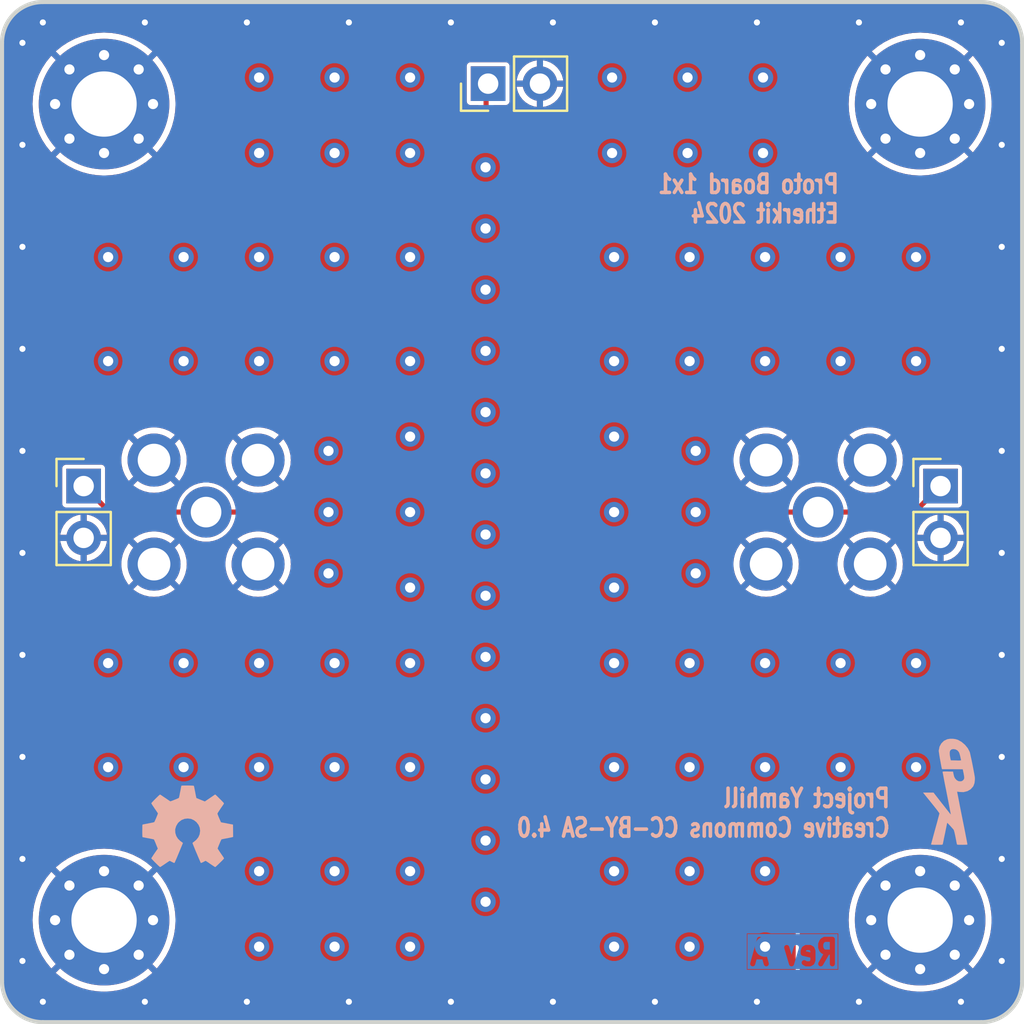
<source format=kicad_pcb>
(kicad_pcb (version 20221018) (generator pcbnew)
  (title_block (title "Project Yamhill") (rev "A") (company "Etherkit"))
  (layers (0 "F.Cu" signal) (31 "B.Cu" signal) (34 "B.Paste" user) (35 "F.Paste" user) (36 "B.SilkS" user "B.Silkscreen") (37 "F.SilkS" user "F.Silkscreen") (38 "B.Mask" user) (39 "F.Mask" user) (44 "Edge.Cuts" user))
  (net 0 "")
  (net 1 "GND")
  (net 2 "Net-(J1-In)")
  (net 3 "Net-(J4-In)")
  (net 4 "Net-(J10-Pin_1)")
  (footprint "EtherkitKicadLibrary:ManhattanPad_1x1" (layer "F.Cu") (at 105.2 62.5)
    (fp_text reference "REF**" hide)
    (fp_text value "ManhattanPad_1x1" hide)
    (pad "1" thru_hole circle (at 0 0) (size 1 1) (drill 0.5) (layers "*.Cu" "*.Mask"))
    (pad "1" smd roundrect (at 0 0) (size 3 3) (layers "F.Cu" "F.Paste" "F.Mask") (roundrect_rratio 0.1))
  )
  (footprint "EtherkitKicadLibrary:ManhattanPad_1x1" (layer "F.Cu") (at 105.2 82.4)
    (fp_text reference "REF**" hide)
    (fp_text value "ManhattanPad_1x1" hide)
    (pad "1" thru_hole circle (at 0 0) (size 1 1) (drill 0.5) (layers "*.Cu" "*.Mask"))
    (pad "1" smd roundrect (at 0 0) (size 3 3) (layers "F.Cu" "F.Paste" "F.Mask") (roundrect_rratio 0.1))
  )
  (footprint "EtherkitKicadLibrary:ManhattanPad_1x1" (layer "F.Cu") (at 144.8 82.4)
    (fp_text reference "REF**" hide)
    (fp_text value "ManhattanPad_1x1" hide)
    (pad "1" thru_hole circle (at 0 0) (size 1 1) (drill 0.5) (layers "*.Cu" "*.Mask"))
    (pad "1" smd roundrect (at 0 0) (size 3 3) (layers "F.Cu" "F.Paste" "F.Mask") (roundrect_rratio 0.1))
  )
  (footprint "EtherkitKicadLibrary:ManhattanPad_1x1" (layer "F.Cu") (at 116.3 57.4)
    (fp_text reference "REF**" hide)
    (fp_text value "ManhattanPad_1x1" hide)
    (pad "1" thru_hole circle (at 0 0) (size 1 1) (drill 0.5) (layers "*.Cu" "*.Mask"))
    (pad "1" smd roundrect (at 0 0) (size 3 3) (layers "F.Cu" "F.Paste" "F.Mask") (roundrect_rratio 0.1))
  )
  (footprint "EtherkitKicadLibrary:ManhattanPad_1x1" (layer "F.Cu") (at 120 92.6)
    (fp_text reference "REF**" hide)
    (fp_text value "ManhattanPad_1x1" hide)
    (pad "1" thru_hole circle (at 0 0) (size 1 1) (drill 0.5) (layers "*.Cu" "*.Mask"))
    (pad "1" smd roundrect (at 0 0) (size 3 3) (layers "F.Cu" "F.Paste" "F.Mask") (roundrect_rratio 0.1))
  )
  (footprint "EtherkitKicadLibrary:ManhattanPad_1x1" (layer "F.Cu") (at 112.6 92.6)
    (fp_text reference "REF**" hide)
    (fp_text value "ManhattanPad_1x1" hide)
    (pad "1" thru_hole circle (at 0 0) (size 1 1) (drill 0.5) (layers "*.Cu" "*.Mask"))
    (pad "1" smd roundrect (at 0 0) (size 3 3) (layers "F.Cu" "F.Paste" "F.Mask") (roundrect_rratio 0.1))
  )
  (footprint "EtherkitKicadLibrary:ManhattanPad_1x1" (layer "F.Cu") (at 112.6 96.3)
    (fp_text reference "REF**" hide)
    (fp_text value "ManhattanPad_1x1" hide)
    (pad "1" thru_hole circle (at 0 0) (size 1 1) (drill 0.5) (layers "*.Cu" "*.Mask"))
    (pad "1" smd roundrect (at 0 0) (size 3 3) (layers "F.Cu" "F.Paste" "F.Mask") (roundrect_rratio 0.1))
  )
  (footprint "EtherkitKicadLibrary:ManhattanPad_1x1" (layer "F.Cu") (at 120 67.6)
    (fp_text reference "REF**" hide)
    (fp_text value "ManhattanPad_1x1" hide)
    (pad "1" thru_hole circle (at 0 0) (size 1 1) (drill 0.5) (layers "*.Cu" "*.Mask"))
    (pad "1" smd roundrect (at 0 0) (size 3 3) (layers "F.Cu" "F.Paste" "F.Mask") (roundrect_rratio 0.1))
  )
  (footprint "EtherkitKicadLibrary:ManhattanPad_1x1" (layer "F.Cu") (at 130 87.5)
    (fp_text reference "REF**" hide)
    (fp_text value "ManhattanPad_1x1" hide)
    (pad "1" thru_hole circle (at 0 0) (size 1 1) (drill 0.5) (layers "*.Cu" "*.Mask"))
    (pad "1" smd roundrect (at 0 0) (size 3 3) (layers "F.Cu" "F.Paste" "F.Mask") (roundrect_rratio 0.1))
  )
  (footprint "EtherkitKicadLibrary:ManhattanPad_1x1" (layer "F.Cu") (at 130 96.3)
    (fp_text reference "REF**" hide)
    (fp_text value "ManhattanPad_1x1" hide)
    (pad "1" thru_hole circle (at 0 0) (size 1 1) (drill 0.5) (layers "*.Cu" "*.Mask"))
    (pad "1" smd roundrect (at 0 0) (size 3 3) (layers "F.Cu" "F.Paste" "F.Mask") (roundrect_rratio 0.1))
  )
  (footprint "EtherkitKicadLibrary:ManhattanPad_1x1" (layer "F.Cu") (at 129.9 57.4)
    (fp_text reference "REF**" hide)
    (fp_text value "ManhattanPad_1x1" hide)
    (pad "1" thru_hole circle (at 0 0) (size 1 1) (drill 0.5) (layers "*.Cu" "*.Mask"))
    (pad "1" smd roundrect (at 0 0) (size 3 3) (layers "F.Cu" "F.Paste" "F.Mask") (roundrect_rratio 0.1))
  )
  (footprint "EtherkitKicadLibrary:ManhattanPad_1x1" (layer "F.Cu") (at 129.9 53.7)
    (fp_text reference "REF**" hide)
    (fp_text value "ManhattanPad_1x1" hide)
    (pad "1" thru_hole circle (at 0 0) (size 1 1) (drill 0.5) (layers "*.Cu" "*.Mask"))
    (pad "1" smd roundrect (at 0 0) (size 3 3) (layers "F.Cu" "F.Paste" "F.Mask") (roundrect_rratio 0.1))
  )
  (footprint "EtherkitKicadLibrary:ManhattanPad_1x1" (layer "F.Cu") (at 116.3 62.5)
    (fp_text reference "REF**" hide)
    (fp_text value "ManhattanPad_1x1" hide)
    (pad "1" thru_hole circle (at 0 0) (size 1 1) (drill 0.5) (layers "*.Cu" "*.Mask"))
    (pad "1" smd roundrect (at 0 0) (size 3 3) (layers "F.Cu" "F.Paste" "F.Mask") (roundrect_rratio 0.1))
  )
  (footprint "EtherkitKicadLibrary:ManhattanPad_1x1" (layer "F.Cu") (at 130 67.6)
    (fp_text reference "REF**" hide)
    (fp_text value "ManhattanPad_1x1" hide)
    (pad "1" thru_hole circle (at 0 0) (size 1 1) (drill 0.5) (layers "*.Cu" "*.Mask"))
    (pad "1" smd roundrect (at 0 0) (size 3 3) (layers "F.Cu" "F.Paste" "F.Mask") (roundrect_rratio 0.1))
  )
  (footprint "EtherkitKicadLibrary:ManhattanPad_1x1" (layer "F.Cu") (at 120 96.3)
    (fp_text reference "REF**" hide)
    (fp_text value "ManhattanPad_1x1" hide)
    (pad "1" thru_hole circle (at 0 0) (size 1 1) (drill 0.5) (layers "*.Cu" "*.Mask"))
    (pad "1" smd roundrect (at 0 0) (size 3 3) (layers "F.Cu" "F.Paste" "F.Mask") (roundrect_rratio 0.1))
  )
  (footprint "EtherkitKicadLibrary:ManhattanPad_1x1" (layer "F.Cu") (at 144.8 62.5)
    (fp_text reference "REF**" hide)
    (fp_text value "ManhattanPad_1x1" hide)
    (pad "1" thru_hole circle (at 0 0) (size 1 1) (drill 0.5) (layers "*.Cu" "*.Mask"))
    (pad "1" smd roundrect (at 0 0) (size 3 3) (layers "F.Cu" "F.Paste" "F.Mask") (roundrect_rratio 0.1))
  )
  (footprint "EtherkitKicadLibrary:ManhattanPad_1x1" (layer "F.Cu") (at 137.4 62.5)
    (fp_text reference "REF**" hide)
    (fp_text value "ManhattanPad_1x1" hide)
    (pad "1" thru_hole circle (at 0 0) (size 1 1) (drill 0.5) (layers "*.Cu" "*.Mask"))
    (pad "1" smd roundrect (at 0 0) (size 3 3) (layers "F.Cu" "F.Paste" "F.Mask") (roundrect_rratio 0.1))
  )
  (footprint "EtherkitKicadLibrary:ManhattanPad_1x1" (layer "F.Cu") (at 133.7 67.6)
    (fp_text reference "REF**" hide)
    (fp_text value "ManhattanPad_1x1" hide)
    (pad "1" thru_hole circle (at 0 0) (size 1 1) (drill 0.5) (layers "*.Cu" "*.Mask"))
    (pad "1" smd roundrect (at 0 0) (size 3 3) (layers "F.Cu" "F.Paste" "F.Mask") (roundrect_rratio 0.1))
  )
  (footprint "EtherkitKicadLibrary:ManhattanPad_1x1" (layer "F.Cu") (at 120 82.4)
    (fp_text reference "REF**" hide)
    (fp_text value "ManhattanPad_1x1" hide)
    (pad "1" thru_hole circle (at 0 0) (size 1 1) (drill 0.5) (layers "*.Cu" "*.Mask"))
    (pad "1" smd roundrect (at 0 0) (size 3 3) (layers "F.Cu" "F.Paste" "F.Mask") (roundrect_rratio 0.1))
  )
  (footprint "EtherkitKicadLibrary:ManhattanPad_1x1" (layer "F.Cu") (at 141.1 62.5)
    (fp_text reference "REF**" hide)
    (fp_text value "ManhattanPad_1x1" hide)
    (pad "1" thru_hole circle (at 0 0) (size 1 1) (drill 0.5) (layers "*.Cu" "*.Mask"))
    (pad "1" smd roundrect (at 0 0) (size 3 3) (layers "F.Cu" "F.Paste" "F.Mask") (roundrect_rratio 0.1))
  )
  (footprint "EtherkitKicadLibrary:ManhattanPad_1x1" (layer "F.Cu") (at 120 78.7)
    (fp_text reference "REF**" hide)
    (fp_text value "ManhattanPad_1x1" hide)
    (pad "1" thru_hole circle (at 0 0) (size 1 1) (drill 0.5) (layers "*.Cu" "*.Mask"))
    (pad "1" smd roundrect (at 0 0) (size 3 3) (layers "F.Cu" "F.Paste" "F.Mask") (roundrect_rratio 0.1))
  )
  (footprint "EtherkitKicadLibrary:ManhattanPad_1x1" (layer "F.Cu") (at 120 75)
    (fp_text reference "REF**" hide)
    (fp_text value "ManhattanPad_1x1" hide)
    (pad "1" thru_hole circle (at 0 0) (size 1 1) (drill 0.5) (layers "*.Cu" "*.Mask"))
    (pad "1" smd roundrect (at 0 0) (size 3 3) (layers "F.Cu" "F.Paste" "F.Mask") (roundrect_rratio 0.1))
  )
  (footprint "EtherkitKicadLibrary:ManhattanPad_1x1" (layer "F.Cu") (at 105.2 67.6)
    (fp_text reference "REF**" hide)
    (fp_text value "ManhattanPad_1x1" hide)
    (pad "1" thru_hole circle (at 0 0) (size 1 1) (drill 0.5) (layers "*.Cu" "*.Mask"))
    (pad "1" smd roundrect (at 0 0) (size 3 3) (layers "F.Cu" "F.Paste" "F.Mask") (roundrect_rratio 0.1))
  )
  (footprint "EtherkitKicadLibrary:ManhattanPad_1x1" (layer "F.Cu") (at 141.1 82.4)
    (fp_text reference "REF**" hide)
    (fp_text value "ManhattanPad_1x1" hide)
    (pad "1" thru_hole circle (at 0 0) (size 1 1) (drill 0.5) (layers "*.Cu" "*.Mask"))
    (pad "1" smd roundrect (at 0 0) (size 3 3) (layers "F.Cu" "F.Paste" "F.Mask") (roundrect_rratio 0.1))
  )
  (footprint "EtherkitKicadLibrary:ManhattanPad_1x1" (layer "F.Cu") (at 133.7 87.5)
    (fp_text reference "REF**" hide)
    (fp_text value "ManhattanPad_1x1" hide)
    (pad "1" thru_hole circle (at 0 0) (size 1 1) (drill 0.5) (layers "*.Cu" "*.Mask"))
    (pad "1" smd roundrect (at 0 0) (size 3 3) (layers "F.Cu" "F.Paste" "F.Mask") (roundrect_rratio 0.1))
  )
  (footprint "EtherkitKicadLibrary:ManhattanPad_1x3" (layer "F.Cu") (at 116 75 90)
    (fp_text reference "J2" hide)
    (fp_text value "Conn_01x01" hide)
    (pad "1" thru_hole circle (at -3 0 90) (size 1 1) (drill 0.5) (layers "*.Cu" "*.Mask") (net 2 "Net-(J1-In)"))
    (pad "1" thru_hole circle (at 0 0 90) (size 1 1) (drill 0.5) (layers "*.Cu" "*.Mask") (net 2 "Net-(J1-In)"))
    (pad "1" smd roundrect (at 0 0 90) (size 9 3) (layers "F.Cu" "F.Paste" "F.Mask") (roundrect_rratio 0.1) (net 2 "Net-(J1-In)"))
    (pad "1" thru_hole circle (at 3 0 90) (size 1 1) (drill 0.5) (layers "*.Cu" "*.Mask") (net 2 "Net-(J1-In)"))
  )
  (footprint "EtherkitKicadLibrary:ManhattanPad_1x1" (layer "F.Cu") (at 144.8 87.5)
    (fp_text reference "REF**" hide)
    (fp_text value "ManhattanPad_1x1" hide)
    (pad "1" thru_hole circle (at 0 0) (size 1 1) (drill 0.5) (layers "*.Cu" "*.Mask"))
    (pad "1" smd roundrect (at 0 0) (size 3 3) (layers "F.Cu" "F.Paste" "F.Mask") (roundrect_rratio 0.1))
  )
  (footprint "EtherkitKicadLibrary:ManhattanPad_1x1" (layer "F.Cu") (at 112.6 82.4)
    (fp_text reference "REF**" hide)
    (fp_text value "ManhattanPad_1x1" hide)
    (pad "1" thru_hole circle (at 0 0) (size 1 1) (drill 0.5) (layers "*.Cu" "*.Mask"))
    (pad "1" smd roundrect (at 0 0) (size 3 3) (layers "F.Cu" "F.Paste" "F.Mask") (roundrect_rratio 0.1))
  )
  (footprint "EtherkitKicadLibrary:ManhattanPad_1x1" (layer "F.Cu") (at 120 62.5)
    (fp_text reference "REF**" hide)
    (fp_text value "ManhattanPad_1x1" hide)
    (pad "1" thru_hole circle (at 0 0) (size 1 1) (drill 0.5) (layers "*.Cu" "*.Mask"))
    (pad "1" smd roundrect (at 0 0) (size 3 3) (layers "F.Cu" "F.Paste" "F.Mask") (roundrect_rratio 0.1))
  )
  (footprint "EtherkitKicadLibrary:ManhattanPad_1x1" (layer "F.Cu") (at 116.3 53.7)
    (fp_text reference "REF**" hide)
    (fp_text value "ManhattanPad_1x1" hide)
    (pad "1" thru_hole circle (at 0 0) (size 1 1) (drill 0.5) (layers "*.Cu" "*.Mask"))
    (pad "1" smd roundrect (at 0 0) (size 3 3) (layers "F.Cu" "F.Paste" "F.Mask") (roundrect_rratio 0.1))
  )
  (footprint "MountingHole:MountingHole_3.2mm_M3_Pad_Via" (layer "F.Cu") (at 105 55)
    (fp_text reference "H1" hide)
    (fp_text value "MountingHole_Pad" hide)
    (pad "1" thru_hole circle (at -2.4 0) (size 0.8 0.8) (drill 0.5) (layers "*.Cu" "*.Mask") (net 1 "GND"))
    (pad "1" thru_hole circle (at -1.697056 -1.697056) (size 0.8 0.8) (drill 0.5) (layers "*.Cu" "*.Mask") (net 1 "GND"))
    (pad "1" thru_hole circle (at -1.697056 1.697056) (size 0.8 0.8) (drill 0.5) (layers "*.Cu" "*.Mask") (net 1 "GND"))
    (pad "1" thru_hole circle (at 0 -2.4) (size 0.8 0.8) (drill 0.5) (layers "*.Cu" "*.Mask") (net 1 "GND"))
    (pad "1" thru_hole circle (at 0 0) (size 6.4 6.4) (drill 3.2) (layers "*.Cu" "*.Mask") (net 1 "GND"))
    (pad "1" thru_hole circle (at 0 2.4) (size 0.8 0.8) (drill 0.5) (layers "*.Cu" "*.Mask") (net 1 "GND"))
    (pad "1" thru_hole circle (at 1.697056 -1.697056) (size 0.8 0.8) (drill 0.5) (layers "*.Cu" "*.Mask") (net 1 "GND"))
    (pad "1" thru_hole circle (at 1.697056 1.697056) (size 0.8 0.8) (drill 0.5) (layers "*.Cu" "*.Mask") (net 1 "GND"))
    (pad "1" thru_hole circle (at 2.4 0) (size 0.8 0.8) (drill 0.5) (layers "*.Cu" "*.Mask") (net 1 "GND"))
  )
  (footprint "Connector_PinHeader_2.54mm:PinHeader_1x02_P2.54mm_Vertical" (layer "F.Cu") (at 104 73.725)
    (fp_text reference "J3" hide)
    (fp_text value "Conn_01x02" hide)
    (pad "1" thru_hole rect (at 0 0) (size 1.7 1.7) (drill 1) (layers "*.Cu" "*.Mask") (net 2 "Net-(J1-In)"))
    (pad "2" thru_hole oval (at 0 2.54) (size 1.7 1.7) (drill 1) (layers "*.Cu" "*.Mask") (net 1 "GND"))
  )
  (footprint "EtherkitKicadLibrary:ManhattanPad_1x1" (layer "F.Cu") (at 120 87.5)
    (fp_text reference "REF**" hide)
    (fp_text value "ManhattanPad_1x1" hide)
    (pad "1" thru_hole circle (at 0 0) (size 1 1) (drill 0.5) (layers "*.Cu" "*.Mask"))
    (pad "1" smd roundrect (at 0 0) (size 3 3) (layers "F.Cu" "F.Paste" "F.Mask") (roundrect_rratio 0.1))
  )
  (footprint "EtherkitKicadLibrary:ManhattanPad_1x1" (layer "F.Cu") (at 112.6 57.4)
    (fp_text reference "REF**" hide)
    (fp_text value "ManhattanPad_1x1" hide)
    (pad "1" thru_hole circle (at 0 0) (size 1 1) (drill 0.5) (layers "*.Cu" "*.Mask"))
    (pad "1" smd roundrect (at 0 0) (size 3 3) (layers "F.Cu" "F.Paste" "F.Mask") (roundrect_rratio 0.1))
  )
  (footprint "EtherkitKicadLibrary:ManhattanPad_1x1" (layer "F.Cu") (at 130 78.7)
    (fp_text reference "REF**" hide)
    (fp_text value "ManhattanPad_1x1" hide)
    (pad "1" thru_hole circle (at 0 0) (size 1 1) (drill 0.5) (layers "*.Cu" "*.Mask"))
    (pad "1" smd roundrect (at 0 0) (size 3 3) (layers "F.Cu" "F.Paste" "F.Mask") (roundrect_rratio 0.1))
  )
  (footprint "EtherkitKicadLibrary:ManhattanPad_1x1" (layer "F.Cu") (at 130 82.4)
    (fp_text reference "REF**" hide)
    (fp_text value "ManhattanPad_1x1" hide)
    (pad "1" thru_hole circle (at 0 0) (size 1 1) (drill 0.5) (layers "*.Cu" "*.Mask"))
    (pad "1" smd roundrect (at 0 0) (size 3 3) (layers "F.Cu" "F.Paste" "F.Mask") (roundrect_rratio 0.1))
  )
  (footprint "EtherkitKicadLibrary:ManhattanPad_1x1" (layer "F.Cu") (at 137.4 82.4)
    (fp_text reference "REF**" hide)
    (fp_text value "ManhattanPad_1x1" hide)
    (pad "1" thru_hole circle (at 0 0) (size 1 1) (drill 0.5) (layers "*.Cu" "*.Mask"))
    (pad "1" smd roundrect (at 0 0) (size 3 3) (layers "F.Cu" "F.Paste" "F.Mask") (roundrect_rratio 0.1))
  )
  (footprint "EtherkitKicadLibrary:ManhattanPad_1x1" (layer "F.Cu") (at 108.9 62.5)
    (fp_text reference "REF**" hide)
    (fp_text value "ManhattanPad_1x1" hide)
    (pad "1" thru_hole circle (at 0 0) (size 1 1) (drill 0.5) (layers "*.Cu" "*.Mask"))
    (pad "1" smd roundrect (at 0 0) (size 3 3) (layers "F.Cu" "F.Paste" "F.Mask") (roundrect_rratio 0.1))
  )
  (footprint "EtherkitKicadLibrary:ManhattanPad_1x1" (layer "F.Cu") (at 116.3 82.4)
    (fp_text reference "REF**" hide)
    (fp_text value "ManhattanPad_1x1" hide)
    (pad "1" thru_hole circle (at 0 0) (size 1 1) (drill 0.5) (layers "*.Cu" "*.Mask"))
    (pad "1" smd roundrect (at 0 0) (size 3 3) (layers "F.Cu" "F.Paste" "F.Mask") (roundrect_rratio 0.1))
  )
  (footprint "EtherkitKicadLibrary:SMA_Jack_Vertical" (layer "F.Cu") (at 110 75)
    (fp_text reference "J1" hide)
    (fp_text value "SMA" hide)
    (pad "1" thru_hole circle (at 0 0) (size 2.5 2.5) (drill 1.5) (layers "*.Cu" "*.Mask") (net 2 "Net-(J1-In)"))
    (pad "2" thru_hole circle (at -2.55 -2.55) (size 2.6 2.6) (drill 1.6) (layers "*.Cu" "*.Mask") (net 1 "GND"))
    (pad "2" thru_hole circle (at -2.55 2.55) (size 2.6 2.6) (drill 1.6) (layers "*.Cu" "*.Mask") (net 1 "GND"))
    (pad "2" thru_hole circle (at 2.55 -2.55) (size 2.6 2.6) (drill 1.6) (layers "*.Cu" "*.Mask") (net 1 "GND"))
    (pad "2" thru_hole circle (at 2.55 2.55) (size 2.6 2.6) (drill 1.6) (layers "*.Cu" "*.Mask") (net 1 "GND"))
  )
  (footprint "EtherkitKicadLibrary:ManhattanPad_1x1" (layer "F.Cu") (at 112.6 53.7)
    (fp_text reference "REF**" hide)
    (fp_text value "ManhattanPad_1x1" hide)
    (pad "1" thru_hole circle (at 0 0) (size 1 1) (drill 0.5) (layers "*.Cu" "*.Mask"))
    (pad "1" smd roundrect (at 0 0) (size 3 3) (layers "F.Cu" "F.Paste" "F.Mask") (roundrect_rratio 0.1))
  )
  (footprint "EtherkitKicadLibrary:ManhattanPad_1x1" (layer "F.Cu") (at 120 71.3)
    (fp_text reference "REF**" hide)
    (fp_text value "ManhattanPad_1x1" hide)
    (pad "1" thru_hole circle (at 0 0) (size 1 1) (drill 0.5) (layers "*.Cu" "*.Mask"))
    (pad "1" smd roundrect (at 0 0) (size 3 3) (layers "F.Cu" "F.Paste" "F.Mask") (roundrect_rratio 0.1))
  )
  (footprint "EtherkitKicadLibrary:ManhattanPad_1x1" (layer "F.Cu") (at 116.3 92.6)
    (fp_text reference "REF**" hide)
    (fp_text value "ManhattanPad_1x1" hide)
    (pad "1" thru_hole circle (at 0 0) (size 1 1) (drill 0.5) (layers "*.Cu" "*.Mask"))
    (pad "1" smd roundrect (at 0 0) (size 3 3) (layers "F.Cu" "F.Paste" "F.Mask") (roundrect_rratio 0.1))
  )
  (footprint "EtherkitKicadLibrary:ManhattanPad_1x1" (layer "F.Cu") (at 116.3 67.6)
    (fp_text reference "REF**" hide)
    (fp_text value "ManhattanPad_1x1" hide)
    (pad "1" thru_hole circle (at 0 0) (size 1 1) (drill 0.5) (layers "*.Cu" "*.Mask"))
    (pad "1" smd roundrect (at 0 0) (size 3 3) (layers "F.Cu" "F.Paste" "F.Mask") (roundrect_rratio 0.1))
  )
  (footprint "EtherkitKicadLibrary:ManhattanPad_1x1" (layer "F.Cu") (at 108.9 67.6)
    (fp_text reference "REF**" hide)
    (fp_text value "ManhattanPad_1x1" hide)
    (pad "1" thru_hole circle (at 0 0) (size 1 1) (drill 0.5) (layers "*.Cu" "*.Mask"))
    (pad "1" smd roundrect (at 0 0) (size 3 3) (layers "F.Cu" "F.Paste" "F.Mask") (roundrect_rratio 0.1))
  )
  (footprint "EtherkitKicadLibrary:ManhattanPad_1x1" (layer "F.Cu") (at 137.4 96.3)
    (fp_text reference "REF**" hide)
    (fp_text value "ManhattanPad_1x1" hide)
    (pad "1" thru_hole circle (at 0 0) (size 1 1) (drill 0.5) (layers "*.Cu" "*.Mask"))
    (pad "1" smd roundrect (at 0 0) (size 3 3) (layers "F.Cu" "F.Paste" "F.Mask") (roundrect_rratio 0.1))
  )
  (footprint "Connector_PinHeader_2.54mm:PinHeader_1x02_P2.54mm_Vertical" (layer "F.Cu") (at 146 73.725)
    (fp_text reference "J5" hide)
    (fp_text value "Conn_01x02" hide)
    (pad "1" thru_hole rect (at 0 0) (size 1.7 1.7) (drill 1) (layers "*.Cu" "*.Mask") (net 3 "Net-(J4-In)"))
    (pad "2" thru_hole oval (at 0 2.54) (size 1.7 1.7) (drill 1) (layers "*.Cu" "*.Mask") (net 1 "GND"))
  )
  (footprint "EtherkitKicadLibrary:ManhattanPad_1x1" (layer "F.Cu") (at 133.7 82.4)
    (fp_text reference "REF**" hide)
    (fp_text value "ManhattanPad_1x1" hide)
    (pad "1" thru_hole circle (at 0 0) (size 1 1) (drill 0.5) (layers "*.Cu" "*.Mask"))
    (pad "1" smd roundrect (at 0 0) (size 3 3) (layers "F.Cu" "F.Paste" "F.Mask") (roundrect_rratio 0.1))
  )
  (footprint "EtherkitKicadLibrary:ManhattanPad_1x1" (layer "F.Cu") (at 137.3 53.7)
    (fp_text reference "REF**" hide)
    (fp_text value "ManhattanPad_1x1" hide)
    (pad "1" thru_hole circle (at 0 0) (size 1 1) (drill 0.5) (layers "*.Cu" "*.Mask"))
    (pad "1" smd roundrect (at 0 0) (size 3 3) (layers "F.Cu" "F.Paste" "F.Mask") (roundrect_rratio 0.1))
  )
  (footprint "EtherkitKicadLibrary:ManhattanPad_1x1" (layer "F.Cu") (at 133.7 96.3)
    (fp_text reference "REF**" hide)
    (fp_text value "ManhattanPad_1x1" hide)
    (pad "1" thru_hole circle (at 0 0) (size 1 1) (drill 0.5) (layers "*.Cu" "*.Mask"))
    (pad "1" smd roundrect (at 0 0) (size 3 3) (layers "F.Cu" "F.Paste" "F.Mask") (roundrect_rratio 0.1))
  )
  (footprint "EtherkitKicadLibrary:ManhattanPad_1x1" (layer "F.Cu") (at 130 92.6)
    (fp_text reference "REF**" hide)
    (fp_text value "ManhattanPad_1x1" hide)
    (pad "1" thru_hole circle (at 0 0) (size 1 1) (drill 0.5) (layers "*.Cu" "*.Mask"))
    (pad "1" smd roundrect (at 0 0) (size 3 3) (layers "F.Cu" "F.Paste" "F.Mask") (roundrect_rratio 0.1))
  )
  (footprint "EtherkitKicadLibrary:ManhattanPad_1x1" (layer "F.Cu") (at 116.3 87.5)
    (fp_text reference "REF**" hide)
    (fp_text value "ManhattanPad_1x1" hide)
    (pad "1" thru_hole circle (at 0 0) (size 1 1) (drill 0.5) (layers "*.Cu" "*.Mask"))
    (pad "1" smd roundrect (at 0 0) (size 3 3) (layers "F.Cu" "F.Paste" "F.Mask") (roundrect_rratio 0.1))
  )
  (footprint "MountingHole:MountingHole_3.2mm_M3_Pad_Via" (layer "F.Cu") (at 145 55)
    (fp_text reference "H2" hide)
    (fp_text value "MountingHole_Pad" hide)
    (pad "1" thru_hole circle (at -2.4 0) (size 0.8 0.8) (drill 0.5) (layers "*.Cu" "*.Mask") (net 1 "GND"))
    (pad "1" thru_hole circle (at -1.697056 -1.697056) (size 0.8 0.8) (drill 0.5) (layers "*.Cu" "*.Mask") (net 1 "GND"))
    (pad "1" thru_hole circle (at -1.697056 1.697056) (size 0.8 0.8) (drill 0.5) (layers "*.Cu" "*.Mask") (net 1 "GND"))
    (pad "1" thru_hole circle (at 0 -2.4) (size 0.8 0.8) (drill 0.5) (layers "*.Cu" "*.Mask") (net 1 "GND"))
    (pad "1" thru_hole circle (at 0 0) (size 6.4 6.4) (drill 3.2) (layers "*.Cu" "*.Mask") (net 1 "GND"))
    (pad "1" thru_hole circle (at 0 2.4) (size 0.8 0.8) (drill 0.5) (layers "*.Cu" "*.Mask") (net 1 "GND"))
    (pad "1" thru_hole circle (at 1.697056 -1.697056) (size 0.8 0.8) (drill 0.5) (layers "*.Cu" "*.Mask") (net 1 "GND"))
    (pad "1" thru_hole circle (at 1.697056 1.697056) (size 0.8 0.8) (drill 0.5) (layers "*.Cu" "*.Mask") (net 1 "GND"))
    (pad "1" thru_hole circle (at 2.4 0) (size 0.8 0.8) (drill 0.5) (layers "*.Cu" "*.Mask") (net 1 "GND"))
  )
  (footprint "EtherkitKicadLibrary:ManhattanPad_1x1" (layer "F.Cu") (at 133.7 92.6)
    (fp_text reference "REF**" hide)
    (fp_text value "ManhattanPad_1x1" hide)
    (pad "1" thru_hole circle (at 0 0) (size 1 1) (drill 0.5) (layers "*.Cu" "*.Mask"))
    (pad "1" smd roundrect (at 0 0) (size 3 3) (layers "F.Cu" "F.Paste" "F.Mask") (roundrect_rratio 0.1))
  )
  (footprint "EtherkitKicadLibrary:ManhattanPad_1x1" (layer "F.Cu") (at 105.2 87.5)
    (fp_text reference "REF**" hide)
    (fp_text value "ManhattanPad_1x1" hide)
    (pad "1" thru_hole circle (at 0 0) (size 1 1) (drill 0.5) (layers "*.Cu" "*.Mask"))
    (pad "1" smd roundrect (at 0 0) (size 3 3) (layers "F.Cu" "F.Paste" "F.Mask") (roundrect_rratio 0.1))
  )
  (footprint "EtherkitKicadLibrary:ManhattanPad_1x1" (layer "F.Cu") (at 120 57.4)
    (fp_text reference "REF**" hide)
    (fp_text value "ManhattanPad_1x1" hide)
    (pad "1" thru_hole circle (at 0 0) (size 1 1) (drill 0.5) (layers "*.Cu" "*.Mask"))
    (pad "1" smd roundrect (at 0 0) (size 3 3) (layers "F.Cu" "F.Paste" "F.Mask") (roundrect_rratio 0.1))
  )
  (footprint "MountingHole:MountingHole_3.2mm_M3_Pad_Via" (layer "F.Cu") (at 145 95)
    (fp_text reference "H4" hide)
    (fp_text value "MountingHole_Pad" hide)
    (pad "1" thru_hole circle (at -2.4 0) (size 0.8 0.8) (drill 0.5) (layers "*.Cu" "*.Mask") (net 1 "GND"))
    (pad "1" thru_hole circle (at -1.697056 -1.697056) (size 0.8 0.8) (drill 0.5) (layers "*.Cu" "*.Mask") (net 1 "GND"))
    (pad "1" thru_hole circle (at -1.697056 1.697056) (size 0.8 0.8) (drill 0.5) (layers "*.Cu" "*.Mask") (net 1 "GND"))
    (pad "1" thru_hole circle (at 0 -2.4) (size 0.8 0.8) (drill 0.5) (layers "*.Cu" "*.Mask") (net 1 "GND"))
    (pad "1" thru_hole circle (at 0 0) (size 6.4 6.4) (drill 3.2) (layers "*.Cu" "*.Mask") (net 1 "GND"))
    (pad "1" thru_hole circle (at 0 2.4) (size 0.8 0.8) (drill 0.5) (layers "*.Cu" "*.Mask") (net 1 "GND"))
    (pad "1" thru_hole circle (at 1.697056 -1.697056) (size 0.8 0.8) (drill 0.5) (layers "*.Cu" "*.Mask") (net 1 "GND"))
    (pad "1" thru_hole circle (at 1.697056 1.697056) (size 0.8 0.8) (drill 0.5) (layers "*.Cu" "*.Mask") (net 1 "GND"))
    (pad "1" thru_hole circle (at 2.4 0) (size 0.8 0.8) (drill 0.5) (layers "*.Cu" "*.Mask") (net 1 "GND"))
  )
  (footprint "EtherkitKicadLibrary:ManhattanPad_1x1" (layer "F.Cu") (at 130 75)
    (fp_text reference "REF**" hide)
    (fp_text value "ManhattanPad_1x1" hide)
    (pad "1" thru_hole circle (at 0 0) (size 1 1) (drill 0.5) (layers "*.Cu" "*.Mask"))
    (pad "1" smd roundrect (at 0 0) (size 3 3) (layers "F.Cu" "F.Paste" "F.Mask") (roundrect_rratio 0.1))
  )
  (footprint "EtherkitKicadLibrary:ManhattanPad_40mm_Strip" (layer "F.Cu") (at 123.7 76.1)
    (fp_text reference "J11" hide)
    (fp_text value "Conn_01x01" hide)
    (pad "1" thru_hole circle (at 0 -18) (size 1 1) (drill 0.5) (layers "*.Cu" "*.Mask") (net 4 "Net-(J10-Pin_1)"))
    (pad "1" thru_hole circle (at 0 -15) (size 1 1) (drill 0.5) (layers "*.Cu" "*.Mask") (net 4 "Net-(J10-Pin_1)"))
    (pad "1" thru_hole circle (at 0 -12) (size 1 1) (drill 0.5) (layers "*.Cu" "*.Mask") (net 4 "Net-(J10-Pin_1)"))
    (pad "1" thru_hole circle (at 0 -9) (size 1 1) (drill 0.5) (layers "*.Cu" "*.Mask") (net 4 "Net-(J10-Pin_1)"))
    (pad "1" thru_hole circle (at 0 -6) (size 1 1) (drill 0.5) (layers "*.Cu" "*.Mask") (net 4 "Net-(J10-Pin_1)"))
    (pad "1" thru_hole circle (at 0 -3) (size 1 1) (drill 0.5) (layers "*.Cu" "*.Mask") (net 4 "Net-(J10-Pin_1)"))
    (pad "1" thru_hole circle (at 0 0) (size 1 1) (drill 0.5) (layers "*.Cu" "*.Mask") (net 4 "Net-(J10-Pin_1)"))
    (pad "1" smd roundrect (at 0 0) (size 3 40) (layers "F.Cu" "F.Paste" "F.Mask") (roundrect_rratio 0.1) (net 4 "Net-(J10-Pin_1)"))
    (pad "1" thru_hole circle (at 0 3) (size 1 1) (drill 0.5) (layers "*.Cu" "*.Mask") (net 4 "Net-(J10-Pin_1)"))
    (pad "1" thru_hole circle (at 0 6) (size 1 1) (drill 0.5) (layers "*.Cu" "*.Mask") (net 4 "Net-(J10-Pin_1)"))
    (pad "1" thru_hole circle (at 0 9) (size 1 1) (drill 0.5) (layers "*.Cu" "*.Mask") (net 4 "Net-(J10-Pin_1)"))
    (pad "1" thru_hole circle (at 0 12) (size 1 1) (drill 0.5) (layers "*.Cu" "*.Mask") (net 4 "Net-(J10-Pin_1)"))
    (pad "1" thru_hole circle (at 0 15) (size 1 1) (drill 0.5) (layers "*.Cu" "*.Mask") (net 4 "Net-(J10-Pin_1)"))
    (pad "1" thru_hole circle (at 0 18) (size 1 1) (drill 0.5) (layers "*.Cu" "*.Mask") (net 4 "Net-(J10-Pin_1)"))
  )
  (footprint "MountingHole:MountingHole_3.2mm_M3_Pad_Via" (layer "F.Cu") (at 105 95)
    (fp_text reference "H3" hide)
    (fp_text value "MountingHole_Pad" hide)
    (pad "1" thru_hole circle (at -2.4 0) (size 0.8 0.8) (drill 0.5) (layers "*.Cu" "*.Mask") (net 1 "GND"))
    (pad "1" thru_hole circle (at -1.697056 -1.697056) (size 0.8 0.8) (drill 0.5) (layers "*.Cu" "*.Mask") (net 1 "GND"))
    (pad "1" thru_hole circle (at -1.697056 1.697056) (size 0.8 0.8) (drill 0.5) (layers "*.Cu" "*.Mask") (net 1 "GND"))
    (pad "1" thru_hole circle (at 0 -2.4) (size 0.8 0.8) (drill 0.5) (layers "*.Cu" "*.Mask") (net 1 "GND"))
    (pad "1" thru_hole circle (at 0 0) (size 6.4 6.4) (drill 3.2) (layers "*.Cu" "*.Mask") (net 1 "GND"))
    (pad "1" thru_hole circle (at 0 2.4) (size 0.8 0.8) (drill 0.5) (layers "*.Cu" "*.Mask") (net 1 "GND"))
    (pad "1" thru_hole circle (at 1.697056 -1.697056) (size 0.8 0.8) (drill 0.5) (layers "*.Cu" "*.Mask") (net 1 "GND"))
    (pad "1" thru_hole circle (at 1.697056 1.697056) (size 0.8 0.8) (drill 0.5) (layers "*.Cu" "*.Mask") (net 1 "GND"))
    (pad "1" thru_hole circle (at 2.4 0) (size 0.8 0.8) (drill 0.5) (layers "*.Cu" "*.Mask") (net 1 "GND"))
  )
  (footprint "EtherkitKicadLibrary:ManhattanPad_1x1" (layer "F.Cu") (at 130 71.3)
    (fp_text reference "REF**" hide)
    (fp_text value "ManhattanPad_1x1" hide)
    (pad "1" thru_hole circle (at 0 0) (size 1 1) (drill 0.5) (layers "*.Cu" "*.Mask"))
    (pad "1" smd roundrect (at 0 0) (size 3 3) (layers "F.Cu" "F.Paste" "F.Mask") (roundrect_rratio 0.1))
  )
  (footprint "EtherkitKicadLibrary:ManhattanPad_1x1" (layer "F.Cu") (at 137.4 92.6)
    (fp_text reference "REF**" hide)
    (fp_text value "ManhattanPad_1x1" hide)
    (pad "1" thru_hole circle (at 0 0) (size 1 1) (drill 0.5) (layers "*.Cu" "*.Mask"))
    (pad "1" smd roundrect (at 0 0) (size 3 3) (layers "F.Cu" "F.Paste" "F.Mask") (roundrect_rratio 0.1))
  )
  (footprint "EtherkitKicadLibrary:ManhattanPad_1x1" (layer "F.Cu") (at 112.6 62.5)
    (fp_text reference "REF**" hide)
    (fp_text value "ManhattanPad_1x1" hide)
    (pad "1" thru_hole circle (at 0 0) (size 1 1) (drill 0.5) (layers "*.Cu" "*.Mask"))
    (pad "1" smd roundrect (at 0 0) (size 3 3) (layers "F.Cu" "F.Paste" "F.Mask") (roundrect_rratio 0.1))
  )
  (footprint "EtherkitKicadLibrary:ManhattanPad_1x1" (layer "F.Cu") (at 144.8 67.6)
    (fp_text reference "REF**" hide)
    (fp_text value "ManhattanPad_1x1" hide)
    (pad "1" thru_hole circle (at 0 0) (size 1 1) (drill 0.5) (layers "*.Cu" "*.Mask"))
    (pad "1" smd roundrect (at 0 0) (size 3 3) (layers "F.Cu" "F.Paste" "F.Mask") (roundrect_rratio 0.1))
  )
  (footprint "EtherkitKicadLibrary:ManhattanPad_1x1" (layer "F.Cu") (at 108.9 87.5)
    (fp_text reference "REF**" hide)
    (fp_text value "ManhattanPad_1x1" hide)
    (pad "1" thru_hole circle (at 0 0) (size 1 1) (drill 0.5) (layers "*.Cu" "*.Mask"))
    (pad "1" smd roundrect (at 0 0) (size 3 3) (layers "F.Cu" "F.Paste" "F.Mask") (roundrect_rratio 0.1))
  )
  (footprint "EtherkitKicadLibrary:ManhattanPad_1x1" (layer "F.Cu") (at 112.6 87.5)
    (fp_text reference "REF**" hide)
    (fp_text value "ManhattanPad_1x1" hide)
    (pad "1" thru_hole circle (at 0 0) (size 1 1) (drill 0.5) (layers "*.Cu" "*.Mask"))
    (pad "1" smd roundrect (at 0 0) (size 3 3) (layers "F.Cu" "F.Paste" "F.Mask") (roundrect_rratio 0.1))
  )
  (footprint "EtherkitKicadLibrary:ManhattanPad_1x1" (layer "F.Cu") (at 137.4 67.6)
    (fp_text reference "REF**" hide)
    (fp_text value "ManhattanPad_1x1" hide)
    (pad "1" thru_hole circle (at 0 0) (size 1 1) (drill 0.5) (layers "*.Cu" "*.Mask"))
    (pad "1" smd roundrect (at 0 0) (size 3 3) (layers "F.Cu" "F.Paste" "F.Mask") (roundrect_rratio 0.1))
  )
  (footprint "EtherkitKicadLibrary:ManhattanPad_1x1" (layer "F.Cu") (at 141.1 67.6)
    (fp_text reference "REF**" hide)
    (fp_text value "ManhattanPad_1x1" hide)
    (pad "1" thru_hole circle (at 0 0) (size 1 1) (drill 0.5) (layers "*.Cu" "*.Mask"))
    (pad "1" smd roundrect (at 0 0) (size 3 3) (layers "F.Cu" "F.Paste" "F.Mask") (roundrect_rratio 0.1))
  )
  (footprint "EtherkitKicadLibrary:ManhattanPad_1x1" (layer "F.Cu") (at 137.3 57.4)
    (fp_text reference "REF**" hide)
    (fp_text value "ManhattanPad_1x1" hide)
    (pad "1" thru_hole circle (at 0 0) (size 1 1) (drill 0.5) (layers "*.Cu" "*.Mask"))
    (pad "1" smd roundrect (at 0 0) (size 3 3) (layers "F.Cu" "F.Paste" "F.Mask") (roundrect_rratio 0.1))
  )
  (footprint "EtherkitKicadLibrary:ManhattanPad_1x1" (layer "F.Cu") (at 130 62.5)
    (fp_text reference "REF**" hide)
    (fp_text value "ManhattanPad_1x1" hide)
    (pad "1" thru_hole circle (at 0 0) (size 1 1) (drill 0.5) (layers "*.Cu" "*.Mask"))
    (pad "1" smd roundrect (at 0 0) (size 3 3) (layers "F.Cu" "F.Paste" "F.Mask") (roundrect_rratio 0.1))
  )
  (footprint "EtherkitKicadLibrary:ManhattanPad_1x1" (layer "F.Cu") (at 116.3 96.3)
    (fp_text reference "REF**" hide)
    (fp_text value "ManhattanPad_1x1" hide)
    (pad "1" thru_hole circle (at 0 0) (size 1 1) (drill 0.5) (layers "*.Cu" "*.Mask"))
    (pad "1" smd roundrect (at 0 0) (size 3 3) (layers "F.Cu" "F.Paste" "F.Mask") (roundrect_rratio 0.1))
  )
  (footprint "EtherkitKicadLibrary:ManhattanPad_1x3" (layer "F.Cu") (at 134 75 90)
    (fp_text reference "J6" hide)
    (fp_text value "Conn_01x01" hide)
    (pad "1" thru_hole circle (at -3 0 90) (size 1 1) (drill 0.5) (layers "*.Cu" "*.Mask") (net 3 "Net-(J4-In)"))
    (pad "1" thru_hole circle (at 0 0 90) (size 1 1) (drill 0.5) (layers "*.Cu" "*.Mask") (net 3 "Net-(J4-In)"))
    (pad "1" smd roundrect (at 0 0 90) (size 9 3) (layers "F.Cu" "F.Paste" "F.Mask") (roundrect_rratio 0.1) (net 3 "Net-(J4-In)"))
    (pad "1" thru_hole circle (at 3 0 90) (size 1 1) (drill 0.5) (layers "*.Cu" "*.Mask") (net 3 "Net-(J4-In)"))
  )
  (footprint "EtherkitKicadLibrary:ManhattanPad_1x1" (layer "F.Cu") (at 133.6 57.4)
    (fp_text reference "REF**" hide)
    (fp_text value "ManhattanPad_1x1" hide)
    (pad "1" thru_hole circle (at 0 0) (size 1 1) (drill 0.5) (layers "*.Cu" "*.Mask"))
    (pad "1" smd roundrect (at 0 0) (size 3 3) (layers "F.Cu" "F.Paste" "F.Mask") (roundrect_rratio 0.1))
  )
  (footprint "EtherkitKicadLibrary:ManhattanPad_1x1" (layer "F.Cu") (at 133.7 62.5)
    (fp_text reference "REF**" hide)
    (fp_text value "ManhattanPad_1x1" hide)
    (pad "1" thru_hole circle (at 0 0) (size 1 1) (drill 0.5) (layers "*.Cu" "*.Mask"))
    (pad "1" smd roundrect (at 0 0) (size 3 3) (layers "F.Cu" "F.Paste" "F.Mask") (roundrect_rratio 0.1))
  )
  (footprint "EtherkitKicadLibrary:ManhattanPad_1x1" (layer "F.Cu") (at 112.6 67.6)
    (fp_text reference "REF**" hide)
    (fp_text value "ManhattanPad_1x1" hide)
    (pad "1" thru_hole circle (at 0 0) (size 1 1) (drill 0.5) (layers "*.Cu" "*.Mask"))
    (pad "1" smd roundrect (at 0 0) (size 3 3) (layers "F.Cu" "F.Paste" "F.Mask") (roundrect_rratio 0.1))
  )
  (footprint "EtherkitKicadLibrary:ManhattanPad_1x1" (layer "F.Cu") (at 108.9 82.4)
    (fp_text reference "REF**" hide)
    (fp_text value "ManhattanPad_1x1" hide)
    (pad "1" thru_hole circle (at 0 0) (size 1 1) (drill 0.5) (layers "*.Cu" "*.Mask"))
    (pad "1" smd roundrect (at 0 0) (size 3 3) (layers "F.Cu" "F.Paste" "F.Mask") (roundrect_rratio 0.1))
  )
  (footprint "EtherkitKicadLibrary:ManhattanPad_1x1" (layer "F.Cu") (at 141.1 87.5)
    (fp_text reference "REF**" hide)
    (fp_text value "ManhattanPad_1x1" hide)
    (pad "1" thru_hole circle (at 0 0) (size 1 1) (drill 0.5) (layers "*.Cu" "*.Mask"))
    (pad "1" smd roundrect (at 0 0) (size 3 3) (layers "F.Cu" "F.Paste" "F.Mask") (roundrect_rratio 0.1))
  )
  (footprint "EtherkitKicadLibrary:ManhattanPad_1x1" (layer "F.Cu") (at 120 53.7)
    (fp_text reference "REF**" hide)
    (fp_text value "ManhattanPad_1x1" hide)
    (pad "1" thru_hole circle (at 0 0) (size 1 1) (drill 0.5) (layers "*.Cu" "*.Mask"))
    (pad "1" smd roundrect (at 0 0) (size 3 3) (layers "F.Cu" "F.Paste" "F.Mask") (roundrect_rratio 0.1))
  )
  (footprint "EtherkitKicadLibrary:ManhattanPad_1x1" (layer "F.Cu") (at 137.4 87.5)
    (fp_text reference "REF**" hide)
    (fp_text value "ManhattanPad_1x1" hide)
    (pad "1" thru_hole circle (at 0 0) (size 1 1) (drill 0.5) (layers "*.Cu" "*.Mask"))
    (pad "1" smd roundrect (at 0 0) (size 3 3) (layers "F.Cu" "F.Paste" "F.Mask") (roundrect_rratio 0.1))
  )
  (footprint "EtherkitKicadLibrary:SMA_Jack_Vertical" (layer "F.Cu") (at 140 75)
    (fp_text reference "J4" hide)
    (fp_text value "SMA" hide)
    (pad "1" thru_hole circle (at 0 0) (size 2.5 2.5) (drill 1.5) (layers "*.Cu" "*.Mask") (net 3 "Net-(J4-In)"))
    (pad "2" thru_hole circle (at -2.55 -2.55) (size 2.6 2.6) (drill 1.6) (layers "*.Cu" "*.Mask") (net 1 "GND"))
    (pad "2" thru_hole circle (at -2.55 2.55) (size 2.6 2.6) (drill 1.6) (layers "*.Cu" "*.Mask") (net 1 "GND"))
    (pad "2" thru_hole circle (at 2.55 -2.55) (size 2.6 2.6) (drill 1.6) (layers "*.Cu" "*.Mask") (net 1 "GND"))
    (pad "2" thru_hole circle (at 2.55 2.55) (size 2.6 2.6) (drill 1.6) (layers "*.Cu" "*.Mask") (net 1 "GND"))
  )
  (footprint "Connector_PinHeader_2.54mm:PinHeader_1x02_P2.54mm_Vertical" (layer "F.Cu") (at 123.825 54 90)
    (fp_text reference "J10" hide)
    (fp_text value "Conn_01x02" hide)
    (pad "1" thru_hole rect (at 0 0 90) (size 1.7 1.7) (drill 1) (layers "*.Cu" "*.Mask") (net 4 "Net-(J10-Pin_1)"))
    (pad "2" thru_hole oval (at 0 2.54 90) (size 1.7 1.7) (drill 1) (layers "*.Cu" "*.Mask") (net 1 "GND"))
  )
  (footprint "EtherkitKicadLibrary:ManhattanPad_1x1" (layer "F.Cu") (at 133.6 53.7)
    (fp_text reference "REF**" hide)
    (fp_text value "ManhattanPad_1x1" hide)
    (pad "1" thru_hole circle (at 0 0) (size 1 1) (drill 0.5) (layers "*.Cu" "*.Mask"))
    (pad "1" smd roundrect (at 0 0) (size 3 3) (layers "F.Cu" "F.Paste" "F.Mask") (roundrect_rratio 0.1))
  )
  (footprint "EtherkitKicadLibrary:OSHWLogo4mm" (layer "B.Cu") (at 109.1 90.4 180)
    (fp_text reference "G***" hide)
    (fp_text value "LOGO" hide)
  )
  (footprint "EtherkitKicadLibrary:EtherkitLogoSmall" (layer "B.Cu") (at 146.4 88.7 180)
    (fp_text reference "Ref**" hide)
    (fp_text value "Val**" hide)
  )
  (gr_line (start 148 100) (end 102 100) (stroke (width 0.2)) (layer "Edge.Cuts"))
  (gr_arc (start 102 100) (mid 100.585786 99.414214) (end 100 98) (stroke (width 0.2)) (layer "Edge.Cuts"))
  (gr_arc (start 148 50) (mid 149.414214 50.585786) (end 150 52) (stroke (width 0.2)) (layer "Edge.Cuts"))
  (gr_arc (start 100 52) (mid 100.585786 50.585786) (end 102 50) (stroke (width 0.2)) (layer "Edge.Cuts"))
  (gr_line (start 100 98) (end 100 52) (stroke (width 0.2)) (layer "Edge.Cuts"))
  (gr_line (start 102 50) (end 148 50) (stroke (width 0.2)) (layer "Edge.Cuts"))
  (gr_arc (start 150 98) (mid 149.414214 99.414214) (end 148 100) (stroke (width 0.2)) (layer "Edge.Cuts"))
  (gr_line (start 150 52) (end 150 98) (stroke (width 0.2)) (layer "Edge.Cuts"))
  (gr_text "Rev A" (at 141.1 97.3) (layer "B.Cu" knockout) (effects (font (size 1.2 1) (thickness 0.25) bold) (justify left bottom mirror)))
  (gr_text "Project Yamhill\nCreative Commons CC-BY-SA 4.0" (at 143.6 91) (layer "B.SilkS") (effects (font (size 0.9 0.7) (thickness 0.175) bold) (justify left bottom mirror)))
  (gr_text "Proto Board 1x1\nEtherkit 2024" (at 141.1 60.9) (layer "B.SilkS") (effects (font (size 0.9 0.7) (thickness 0.175) bold) (justify left bottom mirror)))
  (via (at 122 99) (size 0.6) (drill 0.3) (layers "F.Cu" "B.Cu") (net 1))
  (via (at 142 99) (size 0.6) (drill 0.3) (layers "F.Cu" "B.Cu") (net 1))
  (via (at 149 87) (size 0.6) (drill 0.3) (layers "F.Cu" "B.Cu") (net 1))
  (via (at 147 51) (size 0.6) (drill 0.3) (layers "F.Cu" "B.Cu") (net 1))
  (via (at 101 87) (size 0.6) (drill 0.3) (layers "F.Cu" "B.Cu") (net 1))
  (via (at 149 77) (size 0.6) (drill 0.3) (layers "F.Cu" "B.Cu") (net 1))
  (via (at 101 72) (size 0.6) (drill 0.3) (layers "F.Cu" "B.Cu") (net 1))
  (via (at 122 51) (size 0.6) (drill 0.3) (layers "F.Cu" "B.Cu") (net 1))
  (via (at 112 99) (size 0.6) (drill 0.3) (layers "F.Cu" "B.Cu") (net 1))
  (via (at 142 51) (size 0.6) (drill 0.3) (layers "F.Cu" "B.Cu") (net 1))
  (via (at 127 51) (size 0.6) (drill 0.3) (layers "F.Cu" "B.Cu") (net 1))
  (via (at 149 67) (size 0.6) (drill 0.3) (layers "F.Cu" "B.Cu") (net 1))
  (via (at 149 97) (size 0.6) (drill 0.3) (layers "F.Cu" "B.Cu") (net 1))
  (via (at 149 52) (size 0.6) (drill 0.3) (layers "F.Cu" "B.Cu") (net 1))
  (via (at 149 82) (size 0.6) (drill 0.3) (layers "F.Cu" "B.Cu") (net 1))
  (via (at 101 57) (size 0.6) (drill 0.3) (layers "F.Cu" "B.Cu") (net 1))
  (via (at 101 52) (size 0.6) (drill 0.3) (layers "F.Cu" "B.Cu") (net 1))
  (via (at 107 99) (size 0.6) (drill 0.3) (layers "F.Cu" "B.Cu") (net 1))
  (via (at 132 51) (size 0.6) (drill 0.3) (layers "F.Cu" "B.Cu") (net 1))
  (via (at 117 51) (size 0.6) (drill 0.3) (layers "F.Cu" "B.Cu") (net 1))
  (via (at 127 99) (size 0.6) (drill 0.3) (layers "F.Cu" "B.Cu") (net 1))
  (via (at 102 51) (size 0.6) (drill 0.3) (layers "F.Cu" "B.Cu") (net 1))
  (via (at 149 72) (size 0.6) (drill 0.3) (layers "F.Cu" "B.Cu") (net 1))
  (via (at 137 99) (size 0.6) (drill 0.3) (layers "F.Cu" "B.Cu") (net 1))
  (via (at 101 62) (size 0.6) (drill 0.3) (layers "F.Cu" "B.Cu") (net 1))
  (via (at 101 67) (size 0.6) (drill 0.3) (layers "F.Cu" "B.Cu") (net 1))
  (via (at 112 51) (size 0.6) (drill 0.3) (layers "F.Cu" "B.Cu") (net 1))
  (via (at 107 51) (size 0.6) (drill 0.3) (layers "F.Cu" "B.Cu") (net 1))
  (via (at 149 62) (size 0.6) (drill 0.3) (layers "F.Cu" "B.Cu") (net 1))
  (via (at 149 57) (size 0.6) (drill 0.3) (layers "F.Cu" "B.Cu") (net 1))
  (via (at 137 51) (size 0.6) (drill 0.3) (layers "F.Cu" "B.Cu") (net 1))
  (via (at 101 82) (size 0.6) (drill 0.3) (layers "F.Cu" "B.Cu") (net 1))
  (via (at 149 92) (size 0.6) (drill 0.3) (layers "F.Cu" "B.Cu") (net 1))
  (via (at 132 99) (size 0.6) (drill 0.3) (layers "F.Cu" "B.Cu") (net 1))
  (via (at 101 97) (size 0.6) (drill 0.3) (layers "F.Cu" "B.Cu") (net 1))
  (via (at 102 99) (size 0.6) (drill 0.3) (layers "F.Cu" "B.Cu") (net 1))
  (via (at 147 99) (size 0.6) (drill 0.3) (layers "F.Cu" "B.Cu") (net 1))
  (via (at 101 92) (size 0.6) (drill 0.3) (layers "F.Cu" "B.Cu") (net 1))
  (via (at 101 77) (size 0.6) (drill 0.3) (layers "F.Cu" "B.Cu") (net 1))
  (via (at 117 99) (size 0.6) (drill 0.3) (layers "F.Cu" "B.Cu") (net 1))
  (segment (start 110 75) (end 116 75) (width 0.25) (layer "F.Cu") (net 2))
  (segment (start 110 75) (end 105.275 75) (width 0.25) (layer "F.Cu") (net 2))
  (segment (start 105.275 75) (end 104 73.725) (width 0.25) (layer "F.Cu") (net 2))
  (segment (start 140 75) (end 144.725 75) (width 0.25) (layer "F.Cu") (net 3))
  (segment (start 140 75) (end 134 75) (width 0.25) (layer "F.Cu") (net 3))
  (segment (start 144.725 75) (end 146 73.725) (width 0.25) (layer "F.Cu") (net 3))
  (segment (start 123.725 58.075) (end 123.7 58.1) (width 0.25) (layer "F.Cu") (net 4))
  (segment (start 123.725 54) (end 123.725 58.075) (width 0.25) (layer "F.Cu") (net 4))
  (zone locked (net 1) (net_name "GND") (layers "F&B.Cu") (name "Ground Plane") (connect_pads (clearance 0.15)) (min_thickness 0.15) (fill yes (thermal_gap 0.3) (thermal_bridge_width 0.3) (smoothing chamfer) (radius 1) (island_removal_mode 2) (island_area_min 10))
    (polygon (pts (xy 99.974457 49.974457) (xy 149.972139 50.027861) (xy 149.966772 99.966772) (xy 100 100)))
  )
)
</source>
